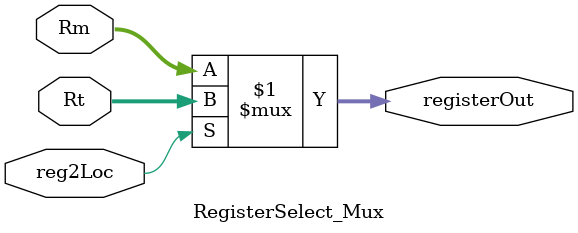
<source format=v>
module RegisterSelect_Mux
(
   input [4:0]    Rm, Rt,
   input          reg2Loc,
   output [4:0]   registerOut
);

   assign registerOut = reg2Loc ? Rt : Rm;

endmodule

</source>
